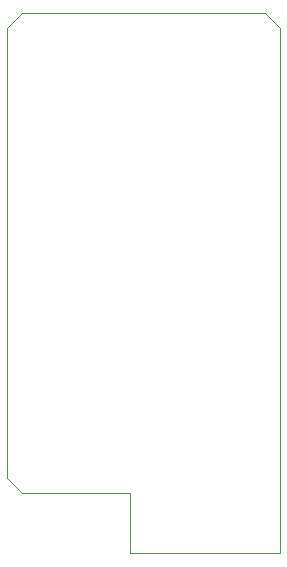
<source format=gbr>
%TF.GenerationSoftware,KiCad,Pcbnew,(5.1.6)-1*%
%TF.CreationDate,2020-10-31T14:58:00+02:00*%
%TF.ProjectId,zigbee-raspberry-module,7a696762-6565-42d7-9261-737062657272,rev?*%
%TF.SameCoordinates,Original*%
%TF.FileFunction,Profile,NP*%
%FSLAX46Y46*%
G04 Gerber Fmt 4.6, Leading zero omitted, Abs format (unit mm)*
G04 Created by KiCad (PCBNEW (5.1.6)-1) date 2020-10-31 14:58:00*
%MOMM*%
%LPD*%
G01*
G04 APERTURE LIST*
%TA.AperFunction,Profile*%
%ADD10C,0.050000*%
%TD*%
G04 APERTURE END LIST*
D10*
X146304000Y-111760000D02*
X159004000Y-111760000D01*
X146304000Y-106680000D02*
X146304000Y-111760000D01*
X137160000Y-106680000D02*
X146304000Y-106680000D01*
X135890000Y-105410000D02*
X135890000Y-104140000D01*
X135890000Y-104140000D02*
X135890000Y-67310000D01*
X137160000Y-66040000D02*
X157480000Y-66040000D01*
X159004000Y-67310000D02*
X157734000Y-66040000D01*
X159004000Y-67310000D02*
X159004000Y-111760000D01*
X157480000Y-66040000D02*
X157734000Y-66040000D01*
X137160000Y-106680000D02*
X135890000Y-105410000D01*
X135890000Y-67310000D02*
X137160000Y-66040000D01*
M02*

</source>
